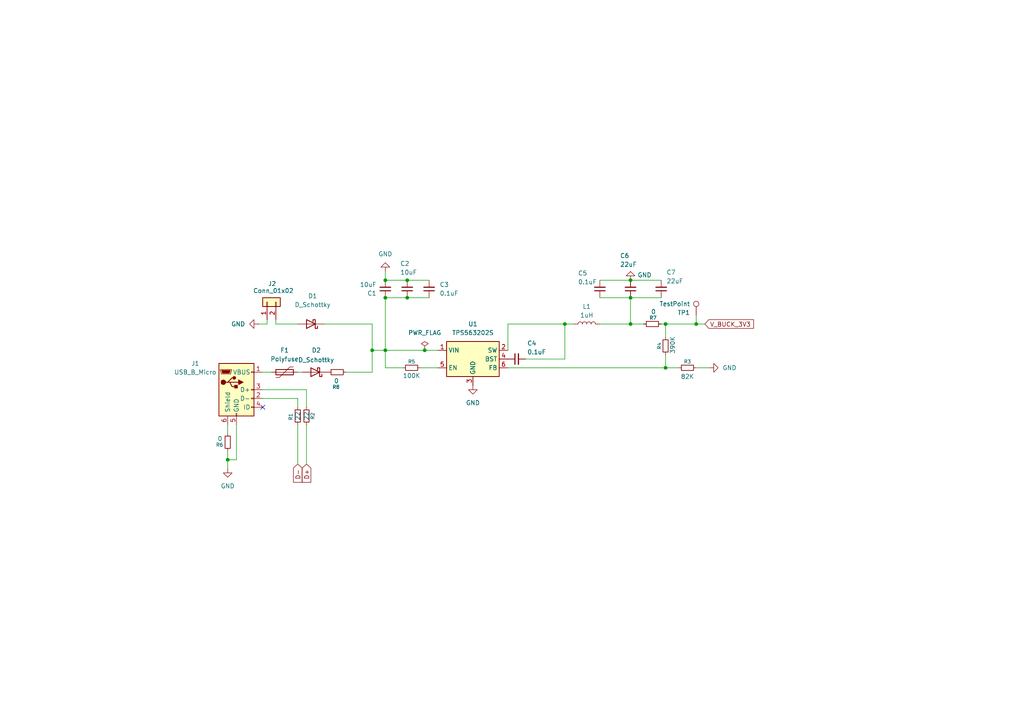
<source format=kicad_sch>
(kicad_sch (version 20250114) (generator "eeschema") (generator_version "9.0")
  (paper "A4")
  (lib_symbols
    (symbol "Connector:TestPoint" (pin_numbers (hide yes)) (pin_names (offset 0.762) (hide yes))
      (property "Reference" "TP" (at 0 6.858 0))
      (property "Value" "TestPoint" (at 0 5.08 0))
      (symbol "TestPoint_0_1"
        (circle (center 0 3.302) (radius 0.762))
      )
      (symbol "TestPoint_1_1"
        (pin passive line (at 0 0 90) (length 2.54) (name "1") (number "1"))
      )
    )
    (symbol "Connector:USB_B_Micro" (pin_names (offset 1.016))
      (property "Reference" "J" (at -5.08 11.43 0))
      (property "Value" "USB_B_Micro" (at -5.08 8.89 0))
      (symbol "USB_B_Micro_0_1"
        (rectangle (start -5.08 -7.62) (end 5.08 7.62) (stroke (width 0.254)) (fill (type background)))
        (polyline (pts (xy -4.699 5.842) (xy -4.699 5.588) (xy -4.445 4.826) (xy -4.445 4.572) (xy -1.651 4.572) (xy -1.651 4.826) (xy -1.397 5.588) (xy -1.397 5.842) (xy -4.699 5.842)))
        (polyline (pts (xy -4.318 5.588) (xy -1.778 5.588) (xy -2.032 4.826) (xy -4.064 4.826) (xy -4.318 5.588)) (fill (type outline)))
        (circle (center -3.81 2.159) (radius 0.635) (stroke (width 0.254)) (fill (type outline)))
        (polyline (pts (xy -3.175 2.159) (xy -2.54 2.159) (xy -1.27 3.429) (xy -0.635 3.429)) (stroke (width 0.254)))
        (polyline (pts (xy -2.54 2.159) (xy -1.905 2.159) (xy -1.27 0.889) (xy 0 0.889)) (stroke (width 0.254)))
        (polyline (pts (xy -1.905 2.159) (xy 0.635 2.159)) (stroke (width 0.254)))
        (circle (center -0.635 3.429) (radius 0.381) (stroke (width 0.254)) (fill (type outline)))
        (rectangle (start -0.127 -7.62) (end 0.127 -6.858))
        (rectangle (start 0.254 1.27) (end -0.508 0.508) (stroke (width 0.254)) (fill (type outline)))
        (polyline (pts (xy 0.635 2.794) (xy 0.635 1.524) (xy 1.905 2.159) (xy 0.635 2.794)) (stroke (width 0.254)) (fill (type outline)))
        (rectangle (start 5.08 4.953) (end 4.318 5.207))
        (rectangle (start 5.08 -0.127) (end 4.318 0.127))
        (rectangle (start 5.08 -2.667) (end 4.318 -2.413))
        (rectangle (start 5.08 -5.207) (end 4.318 -4.953))
      )
      (symbol "USB_B_Micro_1_1"
        (pin passive line (at -2.54 -10.16 90) (length 2.54) (name "Shield") (number "6"))
        (pin power_out line (at 0 -10.16 90) (length 2.54) (name "GND") (number "5"))
        (pin power_out line (at 7.62 5.08 180) (length 2.54) (name "VBUS") (number "1"))
        (pin bidirectional line (at 7.62 0 180) (length 2.54) (name "D+") (number "3"))
        (pin bidirectional line (at 7.62 -2.54 180) (length 2.54) (name "D-") (number "2"))
        (pin passive line (at 7.62 -5.08 180) (length 2.54) (name "ID") (number "4"))
      )
    )
    (symbol "Connector_Generic:Conn_01x02" (pin_names (offset 1.016) (hide yes))
      (property "Reference" "J" (at 0 2.54 0))
      (property "Value" "Conn_01x02" (at 0 -5.08 0))
      (symbol "Conn_01x02_1_1"
        (rectangle (start -1.27 1.27) (end 1.27 -3.81) (stroke (width 0.254)) (fill (type background)))
        (rectangle (start -1.27 0.127) (end 0 -0.127) (stroke (width 0.1524)))
        (rectangle (start -1.27 -2.413) (end 0 -2.667) (stroke (width 0.1524)))
        (pin passive line (at -5.08 0 0) (length 3.81) (name "Pin_1") (number "1"))
        (pin passive line (at -5.08 -2.54 0) (length 3.81) (name "Pin_2") (number "2"))
      )
    )
    (symbol "Device:C_Small" (pin_numbers (hide yes)) (pin_names (offset 0.254) (hide yes))
      (property "Reference" "C" (at 0.254 1.778 0))
      (property "Value" "C_Small" (at 0.254 -2.032 0))
      (symbol "C_Small_0_1"
        (polyline (pts (xy -1.524 0.508) (xy 1.524 0.508)) (stroke (width 0.3048)))
        (polyline (pts (xy -1.524 -0.508) (xy 1.524 -0.508)) (stroke (width 0.3302)))
      )
      (symbol "C_Small_1_1"
        (pin passive line (at 0 2.54 270) (length 2.032) (name "~") (number "1"))
        (pin passive line (at 0 -2.54 90) (length 2.032) (name "~") (number "2"))
      )
    )
    (symbol "Device:D_Schottky" (pin_numbers (hide yes)) (pin_names (offset 1.016) (hide yes))
      (property "Reference" "D" (at 0 2.54 0))
      (property "Value" "D_Schottky" (at 0 -2.54 0))
      (symbol "D_Schottky_0_1"
        (polyline (pts (xy -1.905 0.635) (xy -1.905 1.27) (xy -1.27 1.27) (xy -1.27 -1.27) (xy -0.635 -1.27) (xy -0.635 -0.635)) (stroke (width 0.254)))
        (polyline (pts (xy 1.27 1.27) (xy 1.27 -1.27) (xy -1.27 0) (xy 1.27 1.27)) (stroke (width 0.254)))
        (polyline (pts (xy 1.27 0) (xy -1.27 0)))
      )
      (symbol "D_Schottky_1_1"
        (pin passive line (at -3.81 0 0) (length 2.54) (name "K") (number "1"))
        (pin passive line (at 3.81 0 180) (length 2.54) (name "A") (number "2"))
      )
    )
    (symbol "Device:L" (pin_numbers (hide yes)) (pin_names (offset 1.016) (hide yes))
      (property "Reference" "L" (at -1.27 0 90))
      (property "Value" "L" (at 1.905 0 90))
      (symbol "L_0_1"
        (arc (start 0 2.54) (mid 0.6323 1.905) (end 0 1.27))
        (arc (start 0 1.27) (mid 0.6323 0.635) (end 0 0))
        (arc (start 0 0) (mid 0.6323 -0.635) (end 0 -1.27))
        (arc (start 0 -1.27) (mid 0.6323 -1.905) (end 0 -2.54))
      )
      (symbol "L_1_1"
        (pin passive line (at 0 3.81 270) (length 1.27) (name "1") (number "1"))
        (pin passive line (at 0 -3.81 90) (length 1.27) (name "2") (number "2"))
      )
    )
    (symbol "Device:Polyfuse" (pin_numbers (hide yes)) (pin_names (offset 0))
      (property "Reference" "F" (at -2.54 0 90))
      (property "Value" "Polyfuse" (at 2.54 0 90))
      (symbol "Polyfuse_0_1"
        (polyline (pts (xy -1.524 2.54) (xy -1.524 1.524) (xy 1.524 -1.524) (xy 1.524 -2.54)))
        (rectangle (start -0.762 2.54) (end 0.762 -2.54) (stroke (width 0.254)))
        (polyline (pts (xy 0 2.54) (xy 0 -2.54)))
      )
      (symbol "Polyfuse_1_1"
        (pin passive line (at 0 3.81 270) (length 1.27) (name "~") (number "1"))
        (pin passive line (at 0 -3.81 90) (length 1.27) (name "~") (number "2"))
      )
    )
    (symbol "Device:R_Small" (pin_numbers (hide yes)) (pin_names (offset 0.254) (hide yes))
      (property "Reference" "R" (at 0 0 90))
      (property "Value" "R_Small" (at 1.778 0 90))
      (symbol "R_Small_0_1"
        (rectangle (start -0.762 1.778) (end 0.762 -1.778) (stroke (width 0.2032)))
      )
      (symbol "R_Small_1_1"
        (pin passive line (at 0 2.54 270) (length 0.762) (name "~") (number "1"))
        (pin passive line (at 0 -2.54 90) (length 0.762) (name "~") (number "2"))
      )
    )
    (symbol "Regulator_Switching:TPS563202S"
      (property "Reference" "U" (at -7.62 6.35 0))
      (property "Value" "TPS563202S" (at -2.54 6.35 0))
      (symbol "TPS563202S_0_1"
        (rectangle (start -7.62 5.08) (end 7.62 -5.08) (stroke (width 0.254)) (fill (type background)))
      )
      (symbol "TPS563202S_1_1"
        (pin power_in line (at -10.16 2.54 0) (length 2.54) (name "VIN") (number "1"))
        (pin input line (at -10.16 -2.54 0) (length 2.54) (name "EN") (number "5"))
        (pin power_in line (at 0 -7.62 90) (length 2.54) (name "GND") (number "3"))
        (pin output line (at 10.16 2.54 180) (length 2.54) (name "SW") (number "2"))
        (pin passive line (at 10.16 0 180) (length 2.54) (name "BST") (number "4"))
        (pin input line (at 10.16 -2.54 180) (length 2.54) (name "FB") (number "6"))
      )
    )
    (symbol "power:GND" (power) (pin_numbers (hide yes)) (pin_names (offset 0) (hide yes))
      (property "Value" "GND" (at 0 -3.81 0))
      (symbol "GND_0_1"
        (polyline (pts (xy 0 0) (xy 0 -1.27) (xy 1.27 -1.27) (xy 0 -2.54) (xy -1.27 -1.27) (xy 0 -1.27)))
      )
      (symbol "GND_1_1"
        (pin power_in line (at 0 0 270) (length 0) (name "~") (number "1"))
      )
    )
    (symbol "power:PWR_FLAG" (power) (pin_numbers (hide yes)) (pin_names (offset 0) (hide yes))
      (property "Value" "PWR_FLAG" (at 0 3.81 0))
      (symbol "PWR_FLAG_0_0"
        (pin power_out line (at 0 0 90) (length 0) (name "~") (number "1"))
      )
      (symbol "PWR_FLAG_0_1"
        (polyline (pts (xy 0 0) (xy 0 1.27) (xy -1.016 1.905) (xy 0 2.54) (xy 1.016 1.905) (xy 0 1.27)))
      )
    )
  )
  (junction (at 118.11 81.28))
  (junction (at 118.11 86.36))
  (junction (at 193.04 106.68))
  (junction (at 66.04 133.35))
  (junction (at 182.88 93.98))
  (junction (at 111.76 101.6))
  (junction (at 111.76 81.28))
  (junction (at 182.88 86.36))
  (junction (at 201.93 93.98))
  (junction (at 107.95 101.6))
  (junction (at 111.76 86.36))
  (junction (at 123.19 101.6))
  (junction (at 193.04 93.98))
  (junction (at 182.88 81.28))
  (junction (at 163.83 93.98))
  (no_connect (at 76.2 118.11))
  (wire (pts (xy 77.47 93.98) (xy 77.47 92.71)))
  (wire (pts (xy 147.32 93.98) (xy 163.83 93.98)))
  (wire (pts (xy 76.2 115.57) (xy 86.36 115.57)))
  (wire (pts (xy 163.83 104.14) (xy 163.83 93.98)))
  (wire (pts (xy 152.4 104.14) (xy 163.83 104.14)))
  (wire (pts (xy 80.01 93.98) (xy 86.36 93.98)))
  (wire (pts (xy 107.95 93.98) (xy 93.98 93.98)))
  (wire (pts (xy 68.58 123.19) (xy 68.58 133.35)))
  (wire (pts (xy 147.32 106.68) (xy 193.04 106.68)))
  (wire (pts (xy 111.76 86.36) (xy 111.76 101.6)))
  (wire (pts (xy 80.01 92.71) (xy 80.01 93.98)))
  (wire (pts (xy 76.2 107.95) (xy 78.74 107.95)))
  (wire (pts (xy 173.99 86.36) (xy 182.88 86.36)))
  (wire (pts (xy 111.76 101.6) (xy 111.76 106.68)))
  (wire (pts (xy 193.04 93.98) (xy 201.93 93.98)))
  (wire (pts (xy 118.11 86.36) (xy 124.46 86.36)))
  (wire (pts (xy 66.04 123.19) (xy 66.04 125.73)))
  (wire (pts (xy 193.04 106.68) (xy 196.85 106.68)))
  (wire (pts (xy 111.76 86.36) (xy 118.11 86.36)))
  (wire (pts (xy 173.99 93.98) (xy 182.88 93.98)))
  (wire (pts (xy 118.11 81.28) (xy 124.46 81.28)))
  (wire (pts (xy 68.58 133.35) (xy 66.04 133.35)))
  (wire (pts (xy 121.92 106.68) (xy 127 106.68)))
  (wire (pts (xy 182.88 93.98) (xy 186.69 93.98)))
  (wire (pts (xy 74.93 93.98) (xy 77.47 93.98)))
  (wire (pts (xy 88.9 113.03) (xy 88.9 118.11)))
  (wire (pts (xy 111.76 106.68) (xy 116.84 106.68)))
  (wire (pts (xy 86.36 107.95) (xy 87.63 107.95)))
  (wire (pts (xy 66.04 133.35) (xy 66.04 135.89)))
  (wire (pts (xy 107.95 93.98) (xy 107.95 101.6)))
  (wire (pts (xy 147.32 101.6) (xy 147.32 93.98)))
  (wire (pts (xy 88.9 123.19) (xy 88.9 134.62)))
  (wire (pts (xy 111.76 101.6) (xy 123.19 101.6)))
  (wire (pts (xy 76.2 113.03) (xy 88.9 113.03)))
  (wire (pts (xy 193.04 102.87) (xy 193.04 106.68)))
  (wire (pts (xy 86.36 118.11) (xy 86.36 115.57)))
  (wire (pts (xy 111.76 81.28) (xy 111.76 78.74)))
  (wire (pts (xy 123.19 101.6) (xy 127 101.6)))
  (wire (pts (xy 66.04 130.81) (xy 66.04 133.35)))
  (wire (pts (xy 201.93 106.68) (xy 205.74 106.68)))
  (wire (pts (xy 182.88 86.36) (xy 191.77 86.36)))
  (wire (pts (xy 111.76 81.28) (xy 118.11 81.28)))
  (wire (pts (xy 201.93 93.98) (xy 204.47 93.98)))
  (wire (pts (xy 193.04 93.98) (xy 193.04 97.79)))
  (wire (pts (xy 86.36 123.19) (xy 86.36 134.62)))
  (wire (pts (xy 166.37 93.98) (xy 163.83 93.98)))
  (wire (pts (xy 107.95 107.95) (xy 107.95 101.6)))
  (wire (pts (xy 182.88 86.36) (xy 182.88 93.98)))
  (wire (pts (xy 193.04 93.98) (xy 191.77 93.98)))
  (wire (pts (xy 201.93 91.44) (xy 201.93 93.98)))
  (wire (pts (xy 100.33 107.95) (xy 107.95 107.95)))
  (wire (pts (xy 182.88 81.28) (xy 191.77 81.28)))
  (wire (pts (xy 107.95 101.6) (xy 111.76 101.6)))
  (wire (pts (xy 173.99 81.28) (xy 182.88 81.28)))
  (global_label "D-" (shape input) (at 86.36 134.62 270) (property "Intersheetrefs" "${INTERSHEET_REFS}" (effects (hide yes))))
  (global_label "V_BUCK_3V3" (shape input) (at 204.47 93.98 0) (property "Intersheetrefs" "${INTERSHEET_REFS}" (effects (hide yes))))
  (global_label "D+" (shape input) (at 88.9 134.62 270) (property "Intersheetrefs" "${INTERSHEET_REFS}" (effects (hide yes))))
  (symbol (lib_id "Device:D_Schottky") (at 91.44 107.95 180) (unit 1)
    (property "Reference" "D2" (at 91.7575 101.6 0))
    (property "Value" "D_Schottky" (at 91.694 104.394 0))
    (property "Footprint" "Diode_THT:D_DO-15_P10.16mm_Horizontal" (effects (hide yes)))
    (property "Description" "Schottky diode" (effects (hide yes)))
  )
  (symbol (lib_id "Device:R_Small") (at 97.79 107.95 270) (unit 1)
    (property "Reference" "R8" (at 98.552 112.268 90) (effects (font (size 1.016 1.016)) (justify right)))
    (property "Value" "0" (at 98.298 110.49 90) (effects (justify right)))
    (property "Footprint" "Resistor_SMD:R_1206_3216Metric" (effects (hide yes)))
    (property "Description" "Resistor, small symbol" (effects (hide yes)))
  )
  (symbol (lib_id "Device:C_Small") (at 118.11 83.82 180) (unit 1)
    (property "Reference" "C2" (at 116.078 76.454 0) (effects (justify right)))
    (property "Value" "10uF" (at 116.078 78.994 0) (effects (justify right)))
    (property "Footprint" "Capacitor_SMD:C_1206_3216Metric" (effects (hide yes)))
    (property "Description" "Unpolarized capacitor, small symbol" (effects (hide yes)))
  )
  (symbol (lib_id "Device:R_Small") (at 88.9 120.65 0) (unit 1)
    (property "Reference" "R2" (at 90.678 120.65 90) (effects (font (size 1.016 1.016))))
    (property "Value" "22" (at 88.9 120.65 90))
    (property "Footprint" "Resistor_SMD:R_1206_3216Metric" (effects (hide yes)))
    (property "Description" "Resistor, small symbol" (effects (hide yes)))
  )
  (symbol (lib_id "Device:C_Small") (at 124.46 83.82 180) (unit 1)
    (property "Reference" "C3" (at 127.508 82.55 0) (effects (justify right)))
    (property "Value" "0.1uF" (at 127.508 85.09 0) (effects (justify right)))
    (property "Footprint" "Capacitor_SMD:C_1206_3216Metric" (effects (hide yes)))
    (property "Description" "Unpolarized capacitor, small symbol" (effects (hide yes)))
  )
  (symbol (lib_id "Device:C_Small") (at 173.99 83.82 180) (unit 1)
    (property "Reference" "C5" (at 167.64 79.248 0) (effects (justify right)))
    (property "Value" "0.1uF" (at 167.64 81.788 0) (effects (justify right)))
    (property "Footprint" "Capacitor_SMD:C_1206_3216Metric" (effects (hide yes)))
    (property "Description" "Unpolarized capacitor, small symbol" (effects (hide yes)))
  )
  (symbol (lib_id "power:GND") (at 74.93 93.98 270) (unit 1)
    (property "Reference" "#PWR02" (effects (hide yes)))
    (property "Value" "GND" (at 71.12 93.9801 90) (effects (justify right)))
    (property "Description" "Power symbol creates a global label with name \"GND\" , ground" (effects (hide yes)))
  )
  (symbol (lib_id "Device:D_Schottky") (at 90.17 93.98 180) (unit 1)
    (property "Reference" "D1" (at 90.678 85.852 0))
    (property "Value" "D_Schottky" (at 90.678 88.392 0))
    (property "Footprint" "Diode_THT:D_DO-15_P10.16mm_Horizontal" (effects (hide yes)))
    (property "Description" "Schottky diode" (effects (hide yes)))
  )
  (symbol (lib_id "Device:R_Small") (at 189.23 93.98 90) (unit 1)
    (property "Reference" "R7" (at 190.5 92.202 90) (effects (font (size 1.016 1.016)) (justify left)))
    (property "Value" "0" (at 190.246 90.424 90) (effects (justify left)))
    (property "Footprint" "Resistor_SMD:R_1206_3216Metric" (effects (hide yes)))
    (property "Description" "Resistor, small symbol" (effects (hide yes)))
  )
  (symbol (lib_id "Device:L") (at 170.18 93.98 90) (unit 1)
    (property "Reference" "L1" (at 170.18 88.9 90))
    (property "Value" "1uH" (at 170.18 91.44 90))
    (property "Footprint" "Inductor_SMD:L_6.3x6.3_H3" (effects (hide yes)))
    (property "Description" "Inductor" (effects (hide yes)))
  )
  (symbol (lib_id "Device:R_Small") (at 66.04 128.27 180) (unit 1)
    (property "Reference" "R6" (at 64.77 129.032 0) (effects (font (size 1.016 1.016)) (justify left)))
    (property "Value" "0" (at 64.516 127.254 0) (effects (justify left)))
    (property "Footprint" "Resistor_SMD:R_1206_3216Metric" (effects (hide yes)))
    (property "Description" "Resistor, small symbol" (effects (hide yes)))
  )
  (symbol (lib_id "Regulator_Switching:TPS563202S") (at 137.16 104.14 0) (unit 1)
    (property "Reference" "U1" (at 137.16 93.98 0))
    (property "Value" "TPS563202S" (at 137.16 96.52 0))
    (property "Footprint" "Package_TO_SOT_SMD:SOT-563" (effects (hide yes)))
    (property "Datasheet" "https://www.ti.com/lit/ds/symlink/tps563202s.pdf" (effects (hide yes)))
    (property "Description" "3A Synchronous Step-Down Voltage Regulator, Adjustable Output Voltage, 4.3-17V Input Voltage, 0.806-7V Output Voltage, SOT-563" (effects (hide yes)))
  )
  (symbol (lib_id "Device:C_Small") (at 182.88 83.82 180) (unit 1)
    (property "Reference" "C6" (at 179.832 74.168 0) (effects (justify right)))
    (property "Value" "22uF" (at 179.832 76.708 0) (effects (justify right)))
    (property "Footprint" "Capacitor_SMD:C_1206_3216Metric" (effects (hide yes)))
    (property "Description" "Unpolarized capacitor, small symbol" (effects (hide yes)))
  )
  (symbol (lib_id "Device:R_Small") (at 193.04 100.33 180) (unit 1)
    (property "Reference" "R4" (at 191.262 100.33 90) (effects (font (size 1.016 1.016))))
    (property "Value" "390K" (at 195.072 100.076 90))
    (property "Footprint" "Resistor_SMD:R_1206_3216Metric" (effects (hide yes)))
    (property "Description" "Resistor, small symbol" (effects (hide yes)))
  )
  (symbol (lib_id "power:GND") (at 137.16 111.76 0) (unit 1)
    (property "Reference" "#PWR05" (effects (hide yes)))
    (property "Value" "GND" (at 137.16 116.84 0))
    (property "Description" "Power symbol creates a global label with name \"GND\" , ground" (effects (hide yes)))
  )
  (symbol (lib_id "power:GND") (at 66.04 135.89 0) (unit 1)
    (property "Reference" "#PWR01" (effects (hide yes)))
    (property "Value" "GND" (at 66.04 140.97 0))
    (property "Description" "Power symbol creates a global label with name \"GND\" , ground" (effects (hide yes)))
  )
  (symbol (lib_id "Device:C_Small") (at 111.76 83.82 180) (unit 1)
    (property "Reference" "C1" (at 109.22 85.0838 0) (effects (justify left)))
    (property "Value" "10uF" (at 109.22 82.5438 0) (effects (justify left)))
    (property "Footprint" "Capacitor_SMD:C_1206_3216Metric" (effects (hide yes)))
    (property "Description" "Unpolarized capacitor, small symbol" (effects (hide yes)))
  )
  (symbol (lib_id "Connector_Generic:Conn_01x02") (at 77.47 87.63 90) (unit 1)
    (property "Reference" "J2" (at 77.724 82.296 90) (effects (justify right)))
    (property "Value" "Conn_01x02" (at 73.406 84.328 90) (effects (justify right)))
    (property "Footprint" "Connector_JST:JST_XH_B2B-XH-A_1x02_P2.50mm_Vertical" (effects (hide yes)))
    (property "Description" "Generic connector, single row, 01x02, script generated (kicad-library-utils/schlib/autogen/connector/)" (effects (hide yes)))
  )
  (symbol (lib_id "Device:C_Small") (at 191.77 83.82 180) (unit 1)
    (property "Reference" "C7" (at 193.294 78.994 0) (effects (justify right)))
    (property "Value" "22uF" (at 193.294 81.534 0) (effects (justify right)))
    (property "Footprint" "Capacitor_SMD:C_1206_3216Metric" (effects (hide yes)))
    (property "Description" "Unpolarized capacitor, small symbol" (effects (hide yes)))
  )
  (symbol (lib_id "Connector:TestPoint") (at 201.93 91.44 0) (unit 1)
    (property "Reference" "TP1" (at 200.152 90.678 0) (effects (justify right)))
    (property "Value" "TestPoint" (at 200.152 88.138 0) (effects (justify right)))
    (property "Footprint" "TestPoint:TestPoint_Pad_1.0x1.0mm" (effects (hide yes)))
    (property "Description" "test point" (effects (hide yes)))
  )
  (symbol (lib_id "Device:C_Small") (at 149.86 104.14 90) (unit 1)
    (property "Reference" "C4" (at 152.908 99.568 90) (effects (justify right)))
    (property "Value" "0.1uF" (at 152.908 102.108 90) (effects (justify right)))
    (property "Footprint" "Capacitor_SMD:C_1206_3216Metric" (effects (hide yes)))
    (property "Description" "Unpolarized capacitor, small symbol" (effects (hide yes)))
  )
  (symbol (lib_id "Device:Polyfuse") (at 82.55 107.95 90) (unit 1)
    (property "Reference" "F1" (at 82.55 101.6 90))
    (property "Value" "Polyfuse" (at 82.55 104.14 90))
    (property "Footprint" "Fuse:Fuse_Littelfuse-LVR100" (effects (hide yes)))
    (property "Description" "Resettable fuse, polymeric positive temperature coefficient" (effects (hide yes)))
  )
  (symbol (lib_id "power:PWR_FLAG") (at 123.19 101.6 0) (unit 1)
    (property "Reference" "#FLG01" (effects (hide yes)))
    (property "Value" "PWR_FLAG" (at 123.19 96.52 0))
    (property "Description" "Special symbol for telling ERC where power comes from" (effects (hide yes)))
  )
  (symbol (lib_id "power:GND") (at 182.88 81.28 180) (unit 1)
    (property "Reference" "#PWR08" (effects (hide yes)))
    (property "Value" "GND" (at 186.944 79.756 0))
    (property "Description" "Power symbol creates a global label with name \"GND\" , ground" (effects (hide yes)))
  )
  (symbol (lib_id "Connector:USB_B_Micro") (at 68.58 113.03 0) (unit 1)
    (property "Reference" "J1" (at 56.642 105.41 0))
    (property "Value" "USB_B_Micro" (at 56.642 107.95 0))
    (property "Footprint" "Connector_USB:USB_Micro-B_GCT_USB3076-30-A" (effects (hide yes)))
    (property "Description" "USB Micro Type B connector" (effects (hide yes)))
  )
  (symbol (lib_id "power:GND") (at 205.74 106.68 90) (unit 1)
    (property "Reference" "#PWR07" (effects (hide yes)))
    (property "Value" "GND" (at 209.55 106.6799 90) (effects (justify right)))
    (property "Description" "Power symbol creates a global label with name \"GND\" , ground" (effects (hide yes)))
  )
  (symbol (lib_id "Device:R_Small") (at 86.36 120.65 0) (unit 1)
    (property "Reference" "R1" (at 84.328 120.904 90) (effects (font (size 1.016 1.016))))
    (property "Value" "22" (at 86.36 120.65 90))
    (property "Footprint" "Resistor_SMD:R_1206_3216Metric" (effects (hide yes)))
    (property "Description" "Resistor, small symbol" (effects (hide yes)))
  )
  (symbol (lib_id "Device:R_Small") (at 199.39 106.68 90) (unit 1)
    (property "Reference" "R3" (at 199.39 104.902 90) (effects (font (size 1.016 1.016))))
    (property "Value" "82K" (at 199.39 109.22 90))
    (property "Footprint" "Resistor_SMD:R_1206_3216Metric" (effects (hide yes)))
    (property "Description" "Resistor, small symbol" (effects (hide yes)))
  )
  (symbol (lib_id "Device:R_Small") (at 119.38 106.68 90) (unit 1)
    (property "Reference" "R5" (at 119.38 104.902 90) (effects (font (size 1.016 1.016))))
    (property "Value" "100K" (at 119.38 108.966 90))
    (property "Footprint" "Resistor_SMD:R_1206_3216Metric" (effects (hide yes)))
    (property "Description" "Resistor, small symbol" (effects (hide yes)))
  )
  (symbol (lib_id "power:GND") (at 111.76 78.74 180) (unit 1)
    (property "Reference" "#PWR04" (effects (hide yes)))
    (property "Value" "GND" (at 111.76 73.66 0))
    (property "Description" "Power symbol creates a global label with name \"GND\" , ground" (effects (hide yes)))
  )
)
</source>
